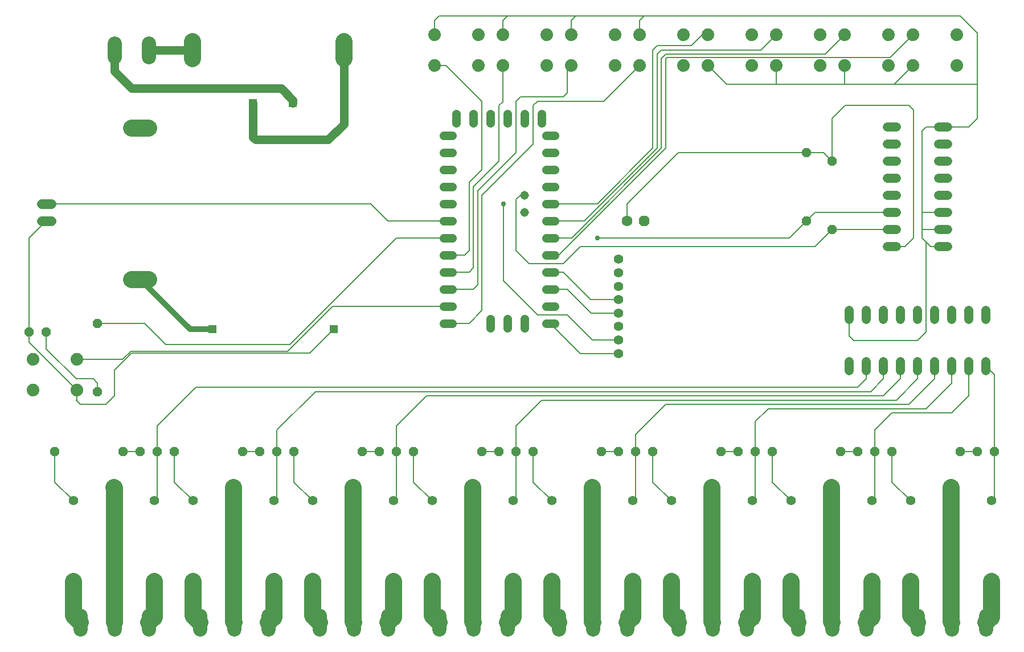
<source format=gbr>
G04 EAGLE Gerber RS-274X export*
G75*
%MOMM*%
%FSLAX34Y34*%
%LPD*%
%INBottom Copper*%
%IPPOS*%
%AMOC8*
5,1,8,0,0,1.08239X$1,22.5*%
G01*
%ADD10P,1.732040X8X22.500000*%
%ADD11C,1.600200*%
%ADD12C,1.879600*%
%ADD13C,2.540000*%
%ADD14C,1.320800*%
%ADD15P,1.429621X8X202.500000*%
%ADD16P,1.429621X8X22.500000*%
%ADD17P,1.429621X8X112.500000*%
%ADD18P,1.429621X8X292.500000*%
%ADD19C,1.422400*%
%ADD20C,1.422400*%
%ADD21C,1.408000*%
%ADD22C,1.308000*%
%ADD23C,1.308000*%
%ADD24R,1.308000X1.308000*%
%ADD25C,2.095500*%
%ADD26C,0.152400*%
%ADD27C,0.812800*%
%ADD28C,1.270000*%
%ADD29C,0.756400*%


D10*
X965200Y673100D03*
D11*
X939800Y673100D03*
D12*
X121412Y421894D03*
X56388Y421894D03*
X121412Y467106D03*
X56388Y467106D03*
D13*
X293878Y914400D02*
X293878Y939800D01*
X518922Y939800D02*
X518922Y914400D01*
X228600Y585978D02*
X203200Y585978D01*
X203200Y811022D02*
X228600Y811022D01*
D14*
X1473200Y540004D02*
X1473200Y526796D01*
X1447800Y526796D02*
X1447800Y540004D01*
X1320800Y540004D02*
X1320800Y526796D01*
X1295400Y526796D02*
X1295400Y540004D01*
X1422400Y540004D02*
X1422400Y526796D01*
X1397000Y526796D02*
X1397000Y540004D01*
X1346200Y540004D02*
X1346200Y526796D01*
X1371600Y526796D02*
X1371600Y540004D01*
X1270000Y540004D02*
X1270000Y526796D01*
X1270000Y463804D02*
X1270000Y450596D01*
X1295400Y450596D02*
X1295400Y463804D01*
X1320800Y463804D02*
X1320800Y450596D01*
X1346200Y450596D02*
X1346200Y463804D01*
X1371600Y463804D02*
X1371600Y450596D01*
X1397000Y450596D02*
X1397000Y463804D01*
X1422400Y463804D02*
X1422400Y450596D01*
X1447800Y450596D02*
X1447800Y463804D01*
X1473200Y463804D02*
X1473200Y450596D01*
D15*
X1485900Y330200D03*
X1460500Y330200D03*
X1308100Y330200D03*
X1282700Y330200D03*
X1130300Y330200D03*
X1104900Y330200D03*
X952500Y330200D03*
X927100Y330200D03*
D16*
X50800Y508000D03*
X76200Y508000D03*
D15*
X774700Y330200D03*
X749300Y330200D03*
X596900Y330200D03*
X571500Y330200D03*
X419100Y330200D03*
X393700Y330200D03*
X241300Y330200D03*
X215900Y330200D03*
X1435100Y330200D03*
X1333500Y330200D03*
D17*
X1244600Y660400D03*
X1244600Y762000D03*
X1206500Y673100D03*
X1206500Y774700D03*
D15*
X1257300Y330200D03*
X1155700Y330200D03*
X1079500Y330200D03*
X977900Y330200D03*
X901700Y330200D03*
X800100Y330200D03*
D18*
X152400Y520700D03*
X152400Y419100D03*
D15*
X723900Y330200D03*
X622300Y330200D03*
X546100Y330200D03*
X444500Y330200D03*
X368300Y330200D03*
X266700Y330200D03*
X190500Y330200D03*
X88900Y330200D03*
D12*
X653288Y949706D03*
X718312Y949706D03*
X653288Y904494D03*
X718312Y904494D03*
X754888Y949706D03*
X819912Y949706D03*
X754888Y904494D03*
X819912Y904494D03*
X856488Y949706D03*
X921512Y949706D03*
X856488Y904494D03*
X921512Y904494D03*
X958088Y949706D03*
X1023112Y949706D03*
X958088Y904494D03*
X1023112Y904494D03*
X1059688Y949706D03*
X1124712Y949706D03*
X1059688Y904494D03*
X1124712Y904494D03*
X1161288Y949706D03*
X1226312Y949706D03*
X1161288Y904494D03*
X1226312Y904494D03*
X1262888Y949706D03*
X1327912Y949706D03*
X1262888Y904494D03*
X1327912Y904494D03*
X1364488Y949706D03*
X1429512Y949706D03*
X1364488Y904494D03*
X1429512Y904494D03*
D19*
X83312Y673100D02*
X69088Y673100D01*
X69088Y698500D02*
X83312Y698500D01*
D20*
X927100Y616100D03*
X927100Y596100D03*
X927100Y576100D03*
X927100Y556100D03*
X927100Y536100D03*
X927100Y516100D03*
X927100Y496100D03*
X927100Y476100D03*
D21*
X294400Y137100D03*
X414400Y257100D03*
X354400Y277100D03*
X414400Y137100D03*
X294400Y257100D03*
X116600Y137100D03*
X236600Y257100D03*
X176600Y277100D03*
X236600Y137100D03*
X116600Y257100D03*
D14*
X1403096Y635000D02*
X1416304Y635000D01*
X1416304Y660400D02*
X1403096Y660400D01*
X1403096Y787400D02*
X1416304Y787400D01*
X1416304Y812800D02*
X1403096Y812800D01*
X1403096Y685800D02*
X1416304Y685800D01*
X1416304Y711200D02*
X1403096Y711200D01*
X1403096Y762000D02*
X1416304Y762000D01*
X1416304Y736600D02*
X1403096Y736600D01*
X1340104Y812800D02*
X1326896Y812800D01*
X1326896Y787400D02*
X1340104Y787400D01*
X1340104Y762000D02*
X1326896Y762000D01*
X1326896Y736600D02*
X1340104Y736600D01*
X1340104Y711200D02*
X1326896Y711200D01*
X1326896Y685800D02*
X1340104Y685800D01*
X1340104Y660400D02*
X1326896Y660400D01*
X1326896Y635000D02*
X1340104Y635000D01*
D22*
X685800Y818960D02*
X685800Y832040D01*
X711200Y832040D02*
X711200Y818960D01*
X736600Y818960D02*
X736600Y832040D01*
X762000Y832040D02*
X762000Y818960D01*
X787400Y818960D02*
X787400Y832040D01*
X812800Y832040D02*
X812800Y818960D01*
X679640Y800100D02*
X666560Y800100D01*
X666560Y774700D02*
X679640Y774700D01*
X679640Y749300D02*
X666560Y749300D01*
X666560Y723900D02*
X679640Y723900D01*
X679640Y698500D02*
X666560Y698500D01*
X666560Y673100D02*
X679640Y673100D01*
X679640Y647700D02*
X666560Y647700D01*
X666560Y622300D02*
X679640Y622300D01*
X679640Y596900D02*
X666560Y596900D01*
X666560Y571500D02*
X679640Y571500D01*
X679640Y546100D02*
X666560Y546100D01*
X666560Y520700D02*
X679640Y520700D01*
X818960Y800100D02*
X832040Y800100D01*
X832040Y774700D02*
X818960Y774700D01*
X818960Y749300D02*
X832040Y749300D01*
X832040Y723900D02*
X818960Y723900D01*
X818960Y698500D02*
X832040Y698500D01*
X832040Y673100D02*
X818960Y673100D01*
X818960Y647700D02*
X832040Y647700D01*
X832040Y622300D02*
X818960Y622300D01*
X818960Y596900D02*
X832040Y596900D01*
X832040Y571500D02*
X818960Y571500D01*
X818960Y546100D02*
X832040Y546100D01*
X832040Y520700D02*
X818960Y520700D01*
X787400Y527240D02*
X787400Y514160D01*
X762000Y514160D02*
X762000Y527240D01*
X736600Y527240D02*
X736600Y514160D01*
D23*
X787400Y711200D03*
X787400Y685800D03*
D24*
X383450Y847950D03*
X442450Y847950D03*
X503450Y511950D03*
X323450Y511950D03*
D21*
X1361200Y137100D03*
X1481200Y257100D03*
X1421200Y277100D03*
X1481200Y137100D03*
X1361200Y257100D03*
X1183400Y137100D03*
X1303400Y257100D03*
X1243400Y277100D03*
X1303400Y137100D03*
X1183400Y257100D03*
X1005600Y137100D03*
X1125600Y257100D03*
X1065600Y277100D03*
X1125600Y137100D03*
X1005600Y257100D03*
X827800Y137100D03*
X947800Y257100D03*
X887800Y277100D03*
X947800Y137100D03*
X827800Y257100D03*
X650000Y137100D03*
X770000Y257100D03*
X710000Y277100D03*
X770000Y137100D03*
X650000Y257100D03*
X472200Y137100D03*
X592200Y257100D03*
X532200Y277100D03*
X592200Y137100D03*
X472200Y257100D03*
D25*
X228600Y916623D02*
X228600Y937578D01*
X177800Y937578D02*
X177800Y916623D01*
X1371600Y86678D02*
X1371600Y65723D01*
X1422400Y65723D02*
X1422400Y86678D01*
X1473200Y86678D02*
X1473200Y65723D01*
X1193800Y65723D02*
X1193800Y86678D01*
X1244600Y86678D02*
X1244600Y65723D01*
X1295400Y65723D02*
X1295400Y86678D01*
X1016000Y86678D02*
X1016000Y65723D01*
X1066800Y65723D02*
X1066800Y86678D01*
X1117600Y86678D02*
X1117600Y65723D01*
X838200Y65723D02*
X838200Y86678D01*
X889000Y86678D02*
X889000Y65723D01*
X939800Y65723D02*
X939800Y86678D01*
X660400Y86678D02*
X660400Y65723D01*
X711200Y65723D02*
X711200Y86678D01*
X762000Y86678D02*
X762000Y65723D01*
X482600Y65723D02*
X482600Y86678D01*
X533400Y86678D02*
X533400Y65723D01*
X584200Y65723D02*
X584200Y86678D01*
X304800Y86678D02*
X304800Y65723D01*
X355600Y65723D02*
X355600Y86678D01*
X406400Y86678D02*
X406400Y65723D01*
X127000Y65723D02*
X127000Y86678D01*
X177800Y86678D02*
X177800Y65723D01*
X228600Y65723D02*
X228600Y86678D01*
D26*
X653288Y949706D02*
X653288Y970788D01*
X660400Y977900D01*
X762000Y977900D01*
X863600Y977900D01*
X965200Y977900D01*
X1435100Y977900D01*
X1460500Y952500D01*
X1460500Y825500D02*
X1447800Y812800D01*
X1409700Y812800D01*
X1460500Y876300D02*
X1460500Y952500D01*
X1460500Y876300D02*
X1460500Y825500D01*
X754888Y949706D02*
X754888Y970788D01*
X762000Y977900D01*
X856488Y970788D02*
X856488Y949706D01*
X856488Y970788D02*
X863600Y977900D01*
X958088Y970788D02*
X958088Y949706D01*
X958088Y970788D02*
X965200Y977900D01*
X1059688Y904494D02*
X1087882Y876300D01*
X1336294Y876300D02*
X1364488Y904494D01*
X1162050Y876300D02*
X1087882Y876300D01*
X1162050Y876300D02*
X1263650Y876300D01*
X1336294Y876300D01*
X1161288Y877062D02*
X1161288Y904494D01*
X1161288Y877062D02*
X1162050Y876300D01*
X1262888Y877062D02*
X1262888Y904494D01*
X1262888Y877062D02*
X1263650Y876300D01*
X1336294Y876300D02*
X1460500Y876300D01*
X50800Y647700D02*
X50800Y508000D01*
X50800Y647700D02*
X76200Y673100D01*
X50800Y508000D02*
X50800Y492506D01*
X121412Y421894D01*
X467750Y476250D02*
X503450Y511950D01*
X467750Y476250D02*
X203200Y476250D01*
X177800Y450850D01*
X177800Y412750D01*
X165100Y400050D01*
X127000Y400050D02*
X120650Y406400D01*
X121412Y407162D01*
X121412Y421894D01*
X127000Y400050D02*
X165100Y400050D01*
X1384300Y812800D02*
X1409700Y812800D01*
X1384300Y812800D02*
X1377950Y806450D01*
X1377950Y685800D01*
X1377950Y660400D01*
X1377950Y647700D01*
X1384300Y641350D02*
X1390650Y635000D01*
X1409700Y635000D01*
X1409700Y660400D02*
X1377950Y660400D01*
X1377950Y685800D02*
X1409700Y685800D01*
X1377950Y647700D02*
X1384300Y641350D01*
X1384300Y508000D01*
X1371600Y495300D01*
X1276350Y495300D01*
X1270000Y501650D01*
X1270000Y533400D01*
X670306Y904494D02*
X653288Y904494D01*
X670306Y904494D02*
X723900Y850900D01*
X723900Y749300D01*
X704850Y730250D01*
X704850Y628650D01*
X698500Y622300D01*
X673100Y622300D01*
X754888Y850138D02*
X754888Y904494D01*
X754888Y850138D02*
X749300Y844550D01*
X749300Y762000D01*
X711200Y723900D01*
X711200Y603250D01*
X704850Y596900D01*
X673100Y596900D01*
X850900Y898906D02*
X856488Y904494D01*
X850900Y898906D02*
X850900Y863600D01*
X844550Y857250D01*
X781050Y857250D01*
X774700Y850900D01*
X774700Y774700D02*
X717550Y717550D01*
X717550Y577850D01*
X711200Y571500D01*
X673100Y571500D01*
X774700Y774700D02*
X774700Y850900D01*
X904494Y850900D02*
X958088Y904494D01*
X904494Y850900D02*
X806450Y850900D01*
X800100Y844550D01*
X800100Y787400D01*
X723900Y711200D01*
X723900Y539750D02*
X704850Y520700D01*
X673100Y520700D01*
X723900Y539750D02*
X723900Y711200D01*
X189745Y467106D02*
X121412Y467106D01*
X189745Y467106D02*
X201937Y479298D01*
X434848Y479298D01*
X501650Y546100D02*
X673100Y546100D01*
X501650Y546100D02*
X434848Y479298D01*
X222250Y520700D02*
X152400Y520700D01*
X222250Y520700D02*
X254000Y488950D01*
X438150Y488950D01*
X596900Y647700D01*
X673100Y647700D01*
X76200Y508000D02*
X76200Y482600D01*
X120650Y438150D02*
X146050Y438150D01*
X152400Y431800D01*
X152400Y419100D01*
X120650Y438150D02*
X76200Y482600D01*
D27*
X215900Y585978D02*
X289928Y511950D01*
X323450Y511950D01*
D28*
X518922Y817372D02*
X518922Y927100D01*
X518922Y817372D02*
X495300Y793750D01*
X387350Y793750D01*
X383450Y797650D01*
X383450Y847950D01*
D26*
X939800Y698500D02*
X939800Y673100D01*
X939800Y698500D02*
X1016000Y774700D01*
X1206500Y774700D01*
X1231900Y774700D01*
X1244600Y762000D01*
X1244600Y825500D01*
X1263650Y844550D01*
X1358900Y844550D01*
X1365250Y838200D01*
X1365250Y647700D02*
X1352550Y635000D01*
X1333500Y635000D01*
X1365250Y647700D02*
X1365250Y838200D01*
X927100Y496100D02*
X888200Y496100D01*
X850900Y533400D02*
X806450Y533400D01*
X755650Y584200D01*
X755650Y698500D01*
D29*
X755650Y698500D03*
D26*
X850900Y533400D02*
X888200Y496100D01*
X870100Y476100D02*
X825500Y520700D01*
X870100Y476100D02*
X927100Y476100D01*
X850900Y571500D02*
X825500Y571500D01*
X850900Y571500D02*
X886300Y536100D01*
X927100Y536100D01*
X844550Y596900D02*
X825500Y596900D01*
X844550Y596900D02*
X885350Y556100D01*
X927100Y556100D01*
D28*
X293878Y927100D02*
X228600Y927100D01*
X177800Y927100D02*
X177800Y895350D01*
X203200Y869950D01*
X442450Y852950D02*
X442450Y847950D01*
X442450Y852950D02*
X425450Y869950D01*
X203200Y869950D01*
D26*
X76200Y698500D02*
X558800Y698500D01*
X584200Y673100D01*
X673100Y673100D01*
D13*
X887800Y277100D02*
X887800Y77400D01*
X889000Y76200D01*
X1065600Y77400D02*
X1065600Y277100D01*
X1065600Y77400D02*
X1066800Y76200D01*
X1243400Y77400D02*
X1243400Y277100D01*
X1243400Y77400D02*
X1244600Y76200D01*
X1421200Y77400D02*
X1421200Y277100D01*
X1421200Y77400D02*
X1422400Y76200D01*
D26*
X1481200Y257100D02*
X1485900Y261800D01*
X1485900Y330200D01*
X1485900Y444500D01*
X1473200Y457200D01*
X1308100Y261800D02*
X1303400Y257100D01*
X1308100Y261800D02*
X1308100Y330200D01*
X1308100Y361950D01*
X1333500Y387350D01*
X1422400Y387350D01*
X1447800Y412750D01*
X1447800Y457200D01*
X1130300Y261800D02*
X1125600Y257100D01*
X1130300Y261800D02*
X1130300Y330200D01*
X1130300Y374650D01*
X1149350Y393700D01*
X1384300Y393700D02*
X1422400Y431800D01*
X1422400Y457200D01*
X1384300Y393700D02*
X1149350Y393700D01*
X952500Y261800D02*
X947800Y257100D01*
X952500Y261800D02*
X952500Y330200D01*
X952500Y355600D01*
X996950Y400050D01*
X1358900Y400050D01*
X1397000Y438150D01*
X1397000Y457200D01*
D13*
X1005600Y137100D02*
X1005600Y86600D01*
X1016000Y76200D01*
X1125600Y84200D02*
X1125600Y137100D01*
X1125600Y84200D02*
X1117600Y76200D01*
X827800Y86600D02*
X827800Y137100D01*
X827800Y86600D02*
X838200Y76200D01*
X947800Y84200D02*
X947800Y137100D01*
X947800Y84200D02*
X939800Y76200D01*
X1303400Y84200D02*
X1303400Y137100D01*
X1303400Y84200D02*
X1295400Y76200D01*
X1183400Y86600D02*
X1183400Y137100D01*
X1183400Y86600D02*
X1193800Y76200D01*
X1481200Y84200D02*
X1481200Y137100D01*
X1481200Y84200D02*
X1473200Y76200D01*
X1361200Y86600D02*
X1361200Y137100D01*
X1361200Y86600D02*
X1371600Y76200D01*
D26*
X88900Y284800D02*
X88900Y330200D01*
X88900Y284800D02*
X116600Y257100D01*
X266700Y284800D02*
X266700Y330200D01*
X266700Y284800D02*
X294400Y257100D01*
X444500Y284800D02*
X444500Y330200D01*
X444500Y284800D02*
X472200Y257100D01*
X622300Y284800D02*
X622300Y330200D01*
X622300Y284800D02*
X650000Y257100D01*
X800100Y284800D02*
X800100Y330200D01*
X800100Y284800D02*
X827800Y257100D01*
X977900Y284800D02*
X977900Y330200D01*
X977900Y284800D02*
X1005600Y257100D01*
X1155700Y284800D02*
X1155700Y330200D01*
X1155700Y284800D02*
X1183400Y257100D01*
X1333500Y284800D02*
X1333500Y330200D01*
X1333500Y284800D02*
X1361200Y257100D01*
D13*
X177800Y275900D02*
X176600Y277100D01*
X177800Y275900D02*
X177800Y76200D01*
X354400Y77400D02*
X354400Y277100D01*
X354400Y77400D02*
X355600Y76200D01*
X532200Y77400D02*
X532200Y277100D01*
X532200Y77400D02*
X533400Y76200D01*
X710000Y77400D02*
X710000Y277100D01*
X710000Y77400D02*
X711200Y76200D01*
X294400Y86600D02*
X294400Y137100D01*
X294400Y86600D02*
X304800Y76200D01*
X414400Y84200D02*
X414400Y137100D01*
X414400Y84200D02*
X406400Y76200D01*
X116600Y86600D02*
X116600Y137100D01*
X116600Y86600D02*
X127000Y76200D01*
X236600Y84200D02*
X236600Y137100D01*
X236600Y84200D02*
X228600Y76200D01*
X592200Y84200D02*
X592200Y137100D01*
X592200Y84200D02*
X584200Y76200D01*
X472200Y86600D02*
X472200Y137100D01*
X472200Y86600D02*
X482600Y76200D01*
X770000Y84200D02*
X770000Y137100D01*
X770000Y84200D02*
X762000Y76200D01*
X650000Y86600D02*
X650000Y137100D01*
X650000Y86600D02*
X660400Y76200D01*
D26*
X770000Y257100D02*
X774700Y261800D01*
X774700Y330200D01*
X774700Y368300D01*
X812800Y406400D01*
X1339850Y406400D01*
X1371600Y438150D01*
X1371600Y457200D01*
X596900Y261800D02*
X592200Y257100D01*
X596900Y261800D02*
X596900Y330200D01*
X596900Y368300D01*
X641350Y412750D01*
X1320800Y412750D01*
X1346200Y438150D01*
X1346200Y457200D01*
X419100Y261800D02*
X414400Y257100D01*
X419100Y261800D02*
X419100Y330200D01*
X419100Y361950D01*
X476250Y419100D02*
X1301750Y419100D01*
X1320800Y438150D01*
X1320800Y457200D01*
X476250Y419100D02*
X419100Y361950D01*
X241300Y261800D02*
X236600Y257100D01*
X241300Y261800D02*
X241300Y330200D01*
X241300Y368300D01*
X1282700Y425450D02*
X1295400Y438150D01*
X1295400Y457200D01*
X298450Y425450D02*
X241300Y368300D01*
X298450Y425450D02*
X1282700Y425450D01*
X1435100Y330200D02*
X1460500Y330200D01*
X1282700Y330200D02*
X1257300Y330200D01*
X1104900Y330200D02*
X1079500Y330200D01*
X927100Y330200D02*
X901700Y330200D01*
X749300Y330200D02*
X723900Y330200D01*
X571500Y330200D02*
X546100Y330200D01*
X393700Y330200D02*
X368300Y330200D01*
X215900Y330200D02*
X190500Y330200D01*
X1206500Y673100D02*
X1219200Y685800D01*
X1333500Y685800D01*
X1206500Y673100D02*
X1181100Y647700D01*
X895350Y647700D01*
D29*
X895350Y647700D03*
D26*
X1244600Y660400D02*
X1333500Y660400D01*
X1244600Y660400D02*
X1219200Y635000D01*
X869950Y635000D02*
X844550Y609600D01*
X793750Y609600D01*
X774700Y628650D01*
X774700Y704850D01*
X781050Y711200D01*
X787400Y711200D01*
X869950Y635000D02*
X1219200Y635000D01*
X1059688Y949706D02*
X1051306Y949706D01*
X1035050Y933450D01*
X984250Y933450D01*
X977900Y927100D01*
X977900Y781050D02*
X895350Y698500D01*
X825500Y698500D01*
X977900Y781050D02*
X977900Y927100D01*
X1138682Y927100D02*
X1161288Y949706D01*
X1138682Y927100D02*
X990600Y927100D01*
X984250Y920750D01*
X984250Y781050D01*
X876300Y673100D01*
X825500Y673100D01*
X1233932Y920750D02*
X1262888Y949706D01*
X1233932Y920750D02*
X996950Y920750D01*
X990600Y914400D01*
X990600Y781050D01*
X857250Y647700D01*
X825500Y647700D01*
X1330960Y916178D02*
X1364488Y949706D01*
X998728Y916178D02*
X996950Y914400D01*
X996950Y781050D01*
X838200Y622300D01*
X825500Y622300D01*
X998728Y916178D02*
X1330960Y916178D01*
M02*

</source>
